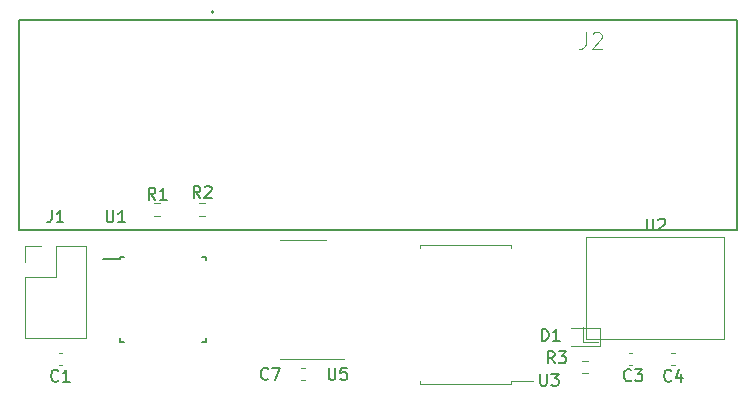
<source format=gbr>
%TF.GenerationSoftware,KiCad,Pcbnew,5.1.7-a382d34a8~88~ubuntu18.04.1*%
%TF.CreationDate,2021-02-25T09:45:04-05:00*%
%TF.ProjectId,PedalBaord,50656461-6c42-4616-9f72-642e6b696361,rev?*%
%TF.SameCoordinates,Original*%
%TF.FileFunction,Legend,Top*%
%TF.FilePolarity,Positive*%
%FSLAX46Y46*%
G04 Gerber Fmt 4.6, Leading zero omitted, Abs format (unit mm)*
G04 Created by KiCad (PCBNEW 5.1.7-a382d34a8~88~ubuntu18.04.1) date 2021-02-25 09:45:04*
%MOMM*%
%LPD*%
G01*
G04 APERTURE LIST*
%ADD10C,0.120000*%
%ADD11C,0.150000*%
%ADD12C,0.127000*%
%ADD13C,0.200000*%
%ADD14C,0.050000*%
G04 APERTURE END LIST*
D10*
%TO.C,U5*%
X125730000Y-79355000D02*
X129180000Y-79355000D01*
X125730000Y-79355000D02*
X123780000Y-79355000D01*
X125730000Y-69235000D02*
X127680000Y-69235000D01*
X125730000Y-69235000D02*
X123780000Y-69235000D01*
%TO.C,C7*%
X125583733Y-81155000D02*
X125876267Y-81155000D01*
X125583733Y-80135000D02*
X125876267Y-80135000D01*
%TO.C,U3*%
X139495000Y-69680000D02*
X135635000Y-69680000D01*
X135635000Y-69680000D02*
X135635000Y-69925000D01*
X139495000Y-69680000D02*
X143355000Y-69680000D01*
X143355000Y-69680000D02*
X143355000Y-69925000D01*
X139495000Y-81450000D02*
X135635000Y-81450000D01*
X135635000Y-81450000D02*
X135635000Y-81205000D01*
X139495000Y-81450000D02*
X143355000Y-81450000D01*
X143355000Y-81450000D02*
X143355000Y-81205000D01*
X143355000Y-81205000D02*
X145170000Y-81205000D01*
%TO.C,U2*%
X149664000Y-69005000D02*
X161385000Y-69005000D01*
X149664000Y-77625000D02*
X161385000Y-77625000D01*
X149664000Y-69005000D02*
X149664000Y-77625000D01*
X161385000Y-69005000D02*
X161385000Y-77625000D01*
X149424000Y-76625000D02*
X149424000Y-77865000D01*
X149424000Y-77865000D02*
X150664000Y-77865000D01*
D11*
%TO.C,U1*%
X110235000Y-70670000D02*
X110235000Y-70895000D01*
X117485000Y-70670000D02*
X117485000Y-70995000D01*
X117485000Y-77920000D02*
X117485000Y-77595000D01*
X110235000Y-77920000D02*
X110235000Y-77595000D01*
X110235000Y-70670000D02*
X110560000Y-70670000D01*
X110235000Y-77920000D02*
X110560000Y-77920000D01*
X117485000Y-77920000D02*
X117160000Y-77920000D01*
X117485000Y-70670000D02*
X117160000Y-70670000D01*
X110235000Y-70895000D02*
X108810000Y-70895000D01*
D10*
%TO.C,R3*%
X149327776Y-79487500D02*
X149837224Y-79487500D01*
X149327776Y-80532500D02*
X149837224Y-80532500D01*
%TO.C,R2*%
X116942776Y-66152500D02*
X117452224Y-66152500D01*
X116942776Y-67197500D02*
X117452224Y-67197500D01*
%TO.C,R1*%
X113642224Y-67197500D02*
X113132776Y-67197500D01*
X113642224Y-66152500D02*
X113132776Y-66152500D01*
D12*
%TO.C,J2*%
X162460000Y-68460000D02*
X101660000Y-68460000D01*
X162460000Y-50610000D02*
X101660000Y-50610000D01*
X101660000Y-50610000D02*
X101660000Y-68460000D01*
X162460000Y-68460000D02*
X162460000Y-50610000D01*
D13*
X118160000Y-49960000D02*
G75*
G03*
X118160000Y-49960000I-100000J0D01*
G01*
D10*
%TO.C,J1*%
X102175000Y-77530000D02*
X107375000Y-77530000D01*
X102175000Y-72390000D02*
X102175000Y-77530000D01*
X107375000Y-69790000D02*
X107375000Y-77530000D01*
X102175000Y-72390000D02*
X104775000Y-72390000D01*
X104775000Y-72390000D02*
X104775000Y-69790000D01*
X104775000Y-69790000D02*
X107375000Y-69790000D01*
X102175000Y-71120000D02*
X102175000Y-69790000D01*
X102175000Y-69790000D02*
X103505000Y-69790000D01*
%TO.C,D1*%
X148425000Y-78205000D02*
X150885000Y-78205000D01*
X150885000Y-78205000D02*
X150885000Y-76735000D01*
X150885000Y-76735000D02*
X148425000Y-76735000D01*
%TO.C,C4*%
X157218767Y-79885000D02*
X156926233Y-79885000D01*
X157218767Y-78865000D02*
X156926233Y-78865000D01*
%TO.C,C3*%
X153296233Y-78865000D02*
X153588767Y-78865000D01*
X153296233Y-79885000D02*
X153588767Y-79885000D01*
%TO.C,C1*%
X105328767Y-79885000D02*
X105036233Y-79885000D01*
X105328767Y-78865000D02*
X105036233Y-78865000D01*
%TO.C,U5*%
D11*
X127889095Y-80097380D02*
X127889095Y-80906904D01*
X127936714Y-81002142D01*
X127984333Y-81049761D01*
X128079571Y-81097380D01*
X128270047Y-81097380D01*
X128365285Y-81049761D01*
X128412904Y-81002142D01*
X128460523Y-80906904D01*
X128460523Y-80097380D01*
X129412904Y-80097380D02*
X128936714Y-80097380D01*
X128889095Y-80573571D01*
X128936714Y-80525952D01*
X129031952Y-80478333D01*
X129270047Y-80478333D01*
X129365285Y-80525952D01*
X129412904Y-80573571D01*
X129460523Y-80668809D01*
X129460523Y-80906904D01*
X129412904Y-81002142D01*
X129365285Y-81049761D01*
X129270047Y-81097380D01*
X129031952Y-81097380D01*
X128936714Y-81049761D01*
X128889095Y-81002142D01*
%TO.C,C7*%
X122769333Y-81002142D02*
X122721714Y-81049761D01*
X122578857Y-81097380D01*
X122483619Y-81097380D01*
X122340761Y-81049761D01*
X122245523Y-80954523D01*
X122197904Y-80859285D01*
X122150285Y-80668809D01*
X122150285Y-80525952D01*
X122197904Y-80335476D01*
X122245523Y-80240238D01*
X122340761Y-80145000D01*
X122483619Y-80097380D01*
X122578857Y-80097380D01*
X122721714Y-80145000D01*
X122769333Y-80192619D01*
X123102666Y-80097380D02*
X123769333Y-80097380D01*
X123340761Y-81097380D01*
%TO.C,U3*%
X145796095Y-80605380D02*
X145796095Y-81414904D01*
X145843714Y-81510142D01*
X145891333Y-81557761D01*
X145986571Y-81605380D01*
X146177047Y-81605380D01*
X146272285Y-81557761D01*
X146319904Y-81510142D01*
X146367523Y-81414904D01*
X146367523Y-80605380D01*
X146748476Y-80605380D02*
X147367523Y-80605380D01*
X147034190Y-80986333D01*
X147177047Y-80986333D01*
X147272285Y-81033952D01*
X147319904Y-81081571D01*
X147367523Y-81176809D01*
X147367523Y-81414904D01*
X147319904Y-81510142D01*
X147272285Y-81557761D01*
X147177047Y-81605380D01*
X146891333Y-81605380D01*
X146796095Y-81557761D01*
X146748476Y-81510142D01*
%TO.C,U2*%
X154813095Y-67457380D02*
X154813095Y-68266904D01*
X154860714Y-68362142D01*
X154908333Y-68409761D01*
X155003571Y-68457380D01*
X155194047Y-68457380D01*
X155289285Y-68409761D01*
X155336904Y-68362142D01*
X155384523Y-68266904D01*
X155384523Y-67457380D01*
X155813095Y-67552619D02*
X155860714Y-67505000D01*
X155955952Y-67457380D01*
X156194047Y-67457380D01*
X156289285Y-67505000D01*
X156336904Y-67552619D01*
X156384523Y-67647857D01*
X156384523Y-67743095D01*
X156336904Y-67885952D01*
X155765476Y-68457380D01*
X156384523Y-68457380D01*
%TO.C,U1*%
X109093095Y-66762380D02*
X109093095Y-67571904D01*
X109140714Y-67667142D01*
X109188333Y-67714761D01*
X109283571Y-67762380D01*
X109474047Y-67762380D01*
X109569285Y-67714761D01*
X109616904Y-67667142D01*
X109664523Y-67571904D01*
X109664523Y-66762380D01*
X110664523Y-67762380D02*
X110093095Y-67762380D01*
X110378809Y-67762380D02*
X110378809Y-66762380D01*
X110283571Y-66905238D01*
X110188333Y-67000476D01*
X110093095Y-67048095D01*
%TO.C,R3*%
X147026333Y-79700380D02*
X146693000Y-79224190D01*
X146454904Y-79700380D02*
X146454904Y-78700380D01*
X146835857Y-78700380D01*
X146931095Y-78748000D01*
X146978714Y-78795619D01*
X147026333Y-78890857D01*
X147026333Y-79033714D01*
X146978714Y-79128952D01*
X146931095Y-79176571D01*
X146835857Y-79224190D01*
X146454904Y-79224190D01*
X147359666Y-78700380D02*
X147978714Y-78700380D01*
X147645380Y-79081333D01*
X147788238Y-79081333D01*
X147883476Y-79128952D01*
X147931095Y-79176571D01*
X147978714Y-79271809D01*
X147978714Y-79509904D01*
X147931095Y-79605142D01*
X147883476Y-79652761D01*
X147788238Y-79700380D01*
X147502523Y-79700380D01*
X147407285Y-79652761D01*
X147359666Y-79605142D01*
%TO.C,R2*%
X117030833Y-65697380D02*
X116697500Y-65221190D01*
X116459404Y-65697380D02*
X116459404Y-64697380D01*
X116840357Y-64697380D01*
X116935595Y-64745000D01*
X116983214Y-64792619D01*
X117030833Y-64887857D01*
X117030833Y-65030714D01*
X116983214Y-65125952D01*
X116935595Y-65173571D01*
X116840357Y-65221190D01*
X116459404Y-65221190D01*
X117411785Y-64792619D02*
X117459404Y-64745000D01*
X117554642Y-64697380D01*
X117792738Y-64697380D01*
X117887976Y-64745000D01*
X117935595Y-64792619D01*
X117983214Y-64887857D01*
X117983214Y-64983095D01*
X117935595Y-65125952D01*
X117364166Y-65697380D01*
X117983214Y-65697380D01*
%TO.C,R1*%
X113220833Y-65857380D02*
X112887500Y-65381190D01*
X112649404Y-65857380D02*
X112649404Y-64857380D01*
X113030357Y-64857380D01*
X113125595Y-64905000D01*
X113173214Y-64952619D01*
X113220833Y-65047857D01*
X113220833Y-65190714D01*
X113173214Y-65285952D01*
X113125595Y-65333571D01*
X113030357Y-65381190D01*
X112649404Y-65381190D01*
X114173214Y-65857380D02*
X113601785Y-65857380D01*
X113887500Y-65857380D02*
X113887500Y-64857380D01*
X113792261Y-65000238D01*
X113697023Y-65095476D01*
X113601785Y-65143095D01*
%TO.C,J2*%
D14*
X149646933Y-51683676D02*
X149646933Y-52684533D01*
X149580209Y-52884704D01*
X149446761Y-53018152D01*
X149246590Y-53084876D01*
X149113142Y-53084876D01*
X150247447Y-51817123D02*
X150314171Y-51750400D01*
X150447619Y-51683676D01*
X150781238Y-51683676D01*
X150914685Y-51750400D01*
X150981409Y-51817123D01*
X151048133Y-51950571D01*
X151048133Y-52084019D01*
X150981409Y-52284190D01*
X150180723Y-53084876D01*
X151048133Y-53084876D01*
%TO.C,J1*%
D11*
X104441666Y-66762380D02*
X104441666Y-67476666D01*
X104394047Y-67619523D01*
X104298809Y-67714761D01*
X104155952Y-67762380D01*
X104060714Y-67762380D01*
X105441666Y-67762380D02*
X104870238Y-67762380D01*
X105155952Y-67762380D02*
X105155952Y-66762380D01*
X105060714Y-66905238D01*
X104965476Y-67000476D01*
X104870238Y-67048095D01*
%TO.C,D1*%
X145946904Y-77795380D02*
X145946904Y-76795380D01*
X146185000Y-76795380D01*
X146327857Y-76843000D01*
X146423095Y-76938238D01*
X146470714Y-77033476D01*
X146518333Y-77223952D01*
X146518333Y-77366809D01*
X146470714Y-77557285D01*
X146423095Y-77652523D01*
X146327857Y-77747761D01*
X146185000Y-77795380D01*
X145946904Y-77795380D01*
X147470714Y-77795380D02*
X146899285Y-77795380D01*
X147185000Y-77795380D02*
X147185000Y-76795380D01*
X147089761Y-76938238D01*
X146994523Y-77033476D01*
X146899285Y-77081095D01*
%TO.C,C4*%
X156905833Y-81162142D02*
X156858214Y-81209761D01*
X156715357Y-81257380D01*
X156620119Y-81257380D01*
X156477261Y-81209761D01*
X156382023Y-81114523D01*
X156334404Y-81019285D01*
X156286785Y-80828809D01*
X156286785Y-80685952D01*
X156334404Y-80495476D01*
X156382023Y-80400238D01*
X156477261Y-80305000D01*
X156620119Y-80257380D01*
X156715357Y-80257380D01*
X156858214Y-80305000D01*
X156905833Y-80352619D01*
X157762976Y-80590714D02*
X157762976Y-81257380D01*
X157524880Y-80209761D02*
X157286785Y-80924047D01*
X157905833Y-80924047D01*
%TO.C,C3*%
X153503333Y-81129142D02*
X153455714Y-81176761D01*
X153312857Y-81224380D01*
X153217619Y-81224380D01*
X153074761Y-81176761D01*
X152979523Y-81081523D01*
X152931904Y-80986285D01*
X152884285Y-80795809D01*
X152884285Y-80652952D01*
X152931904Y-80462476D01*
X152979523Y-80367238D01*
X153074761Y-80272000D01*
X153217619Y-80224380D01*
X153312857Y-80224380D01*
X153455714Y-80272000D01*
X153503333Y-80319619D01*
X153836666Y-80224380D02*
X154455714Y-80224380D01*
X154122380Y-80605333D01*
X154265238Y-80605333D01*
X154360476Y-80652952D01*
X154408095Y-80700571D01*
X154455714Y-80795809D01*
X154455714Y-81033904D01*
X154408095Y-81129142D01*
X154360476Y-81176761D01*
X154265238Y-81224380D01*
X153979523Y-81224380D01*
X153884285Y-81176761D01*
X153836666Y-81129142D01*
%TO.C,C1*%
X105015833Y-81162142D02*
X104968214Y-81209761D01*
X104825357Y-81257380D01*
X104730119Y-81257380D01*
X104587261Y-81209761D01*
X104492023Y-81114523D01*
X104444404Y-81019285D01*
X104396785Y-80828809D01*
X104396785Y-80685952D01*
X104444404Y-80495476D01*
X104492023Y-80400238D01*
X104587261Y-80305000D01*
X104730119Y-80257380D01*
X104825357Y-80257380D01*
X104968214Y-80305000D01*
X105015833Y-80352619D01*
X105968214Y-81257380D02*
X105396785Y-81257380D01*
X105682500Y-81257380D02*
X105682500Y-80257380D01*
X105587261Y-80400238D01*
X105492023Y-80495476D01*
X105396785Y-80543095D01*
%TD*%
M02*

</source>
